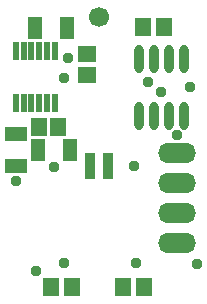
<source format=gbr>
%TF.GenerationSoftware,Altium Limited,Altium Designer,18.1.9 (240)*%
G04 Layer_Color=16711935*
%FSLAX45Y45*%
%MOMM*%
%TF.FileFunction,Soldermask,Bot*%
%TF.Part,Single*%
G01*
G75*
%TA.AperFunction,SMDPad,CuDef*%
%ADD27O,3.20000X1.72400*%
%ADD28R,1.40000X1.60000*%
%ADD29R,1.60000X1.40000*%
%ADD30R,1.30000X1.90000*%
%ADD31R,1.90000X1.30000*%
%ADD32R,0.63180X1.59700*%
%ADD33R,0.90000X2.30000*%
%ADD34O,0.80000X2.40000*%
%TA.AperFunction,ViaPad*%
%ADD35C,0.95000*%
%ADD36C,1.70000*%
D27*
X1547660Y1408160D02*
D03*
Y1154160D02*
D03*
Y900160D02*
D03*
Y646160D02*
D03*
D28*
X1437500Y2470000D02*
D03*
X1257500D02*
D03*
X1087500Y270000D02*
D03*
X1267500D02*
D03*
X480000D02*
D03*
X660000D02*
D03*
X537500Y1630000D02*
D03*
X377500D02*
D03*
D29*
X787500Y2245240D02*
D03*
Y2065240D02*
D03*
D30*
X615000Y2468800D02*
D03*
X345000D02*
D03*
X367500Y1430000D02*
D03*
X637500D02*
D03*
D31*
X185100Y1565000D02*
D03*
Y1295000D02*
D03*
D32*
Y1831720D02*
D03*
X251140D02*
D03*
X314640D02*
D03*
X380680D02*
D03*
X444180D02*
D03*
X510220D02*
D03*
Y2268600D02*
D03*
X444180D02*
D03*
X380680D02*
D03*
X314640D02*
D03*
X251140D02*
D03*
X185100D02*
D03*
D33*
X812500Y1300000D02*
D03*
X962500D02*
D03*
D34*
X1227000Y2200000D02*
D03*
X1354000D02*
D03*
X1481000D02*
D03*
X1608000D02*
D03*
X1227000Y1720000D02*
D03*
X1354000D02*
D03*
X1481000D02*
D03*
X1608000D02*
D03*
D35*
X1180058Y1295063D02*
D03*
X1300000Y2010000D02*
D03*
X592500Y2042500D02*
D03*
X1712580Y465080D02*
D03*
X350000Y404687D02*
D03*
X622660Y2210000D02*
D03*
X1658760Y1970000D02*
D03*
X1407500Y1920000D02*
D03*
X1547500Y1560000D02*
D03*
X505000Y1287500D02*
D03*
X185000Y1172500D02*
D03*
X1197660Y475160D02*
D03*
X594180D02*
D03*
D36*
X887500Y2560000D02*
D03*
%TF.MD5,6e5b27ab4e3a1104cf138954cc7ac808*%
M02*

</source>
